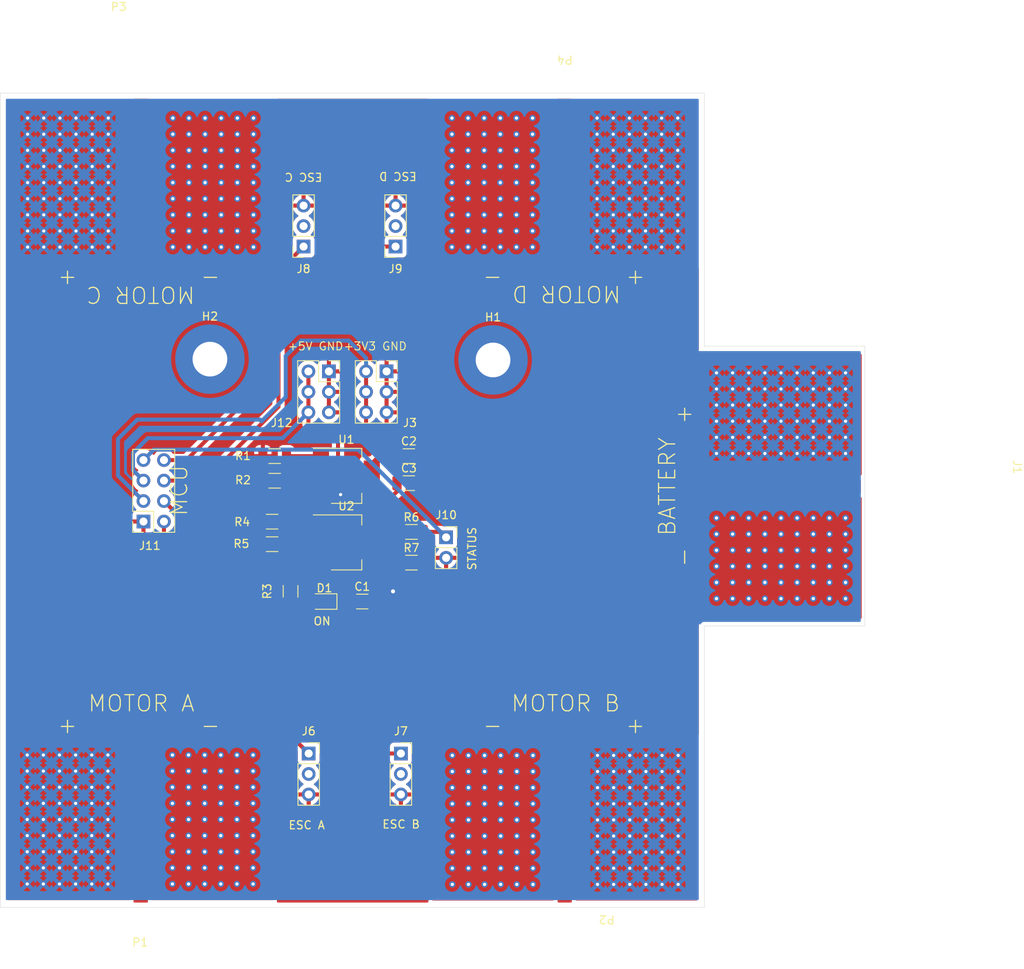
<source format=kicad_pcb>
(kicad_pcb (version 20211014) (generator pcbnew)
  (layers (0 "F.Cu" signal) (31 "B.Cu" signal) (34 "B.Paste" user) (35 "F.Paste" user) (36 "B.SilkS" user "B.Silkscreen") (37 "F.SilkS" user "F.Silkscreen") (38 "B.Mask" user) (39 "F.Mask" user) (44 "Edge.Cuts" user))
  (net 0 "")
  (net 1 "+15V")
  (net 2 "GND")
  (net 3 "+5V")
  (net 4 "Net-(D1-Pad2)")
  (net 5 "Signal A")
  (net 7 "Signal B")
  (net 9 "Signal C")
  (net 11 "Signal D")
  (net 13 "STAT")
  (net 14 "+3V3")
  (net 15 "Net-(R1-Pad1)")
  (net 16 "Net-(R4-Pad1)")
  (footprint "Resistor_SMD:R_1206_3216Metric" (layer "F.Cu") (at 101.8255 86.18)
    (fp_text reference "R2")
    (fp_text value "240")
  )
  (footprint "Connector_PinSocket_2.54mm:PinSocket_2x03_P2.54mm_Vertical" (layer "F.Cu") (at 108.55 72.62)
    (fp_text reference "J12")
    (fp_text value "5v")
  )
  (footprint "Connector_PinSocket_2.54mm:PinSocket_1x03_P2.54mm_Vertical" (layer "F.Cu") (at 106.045 120.015)
    (fp_text reference "J6")
    (fp_text value "ESC A")
  )
  (footprint "Capacitor_SMD:C_1206_3216Metric" (layer "F.Cu") (at 118.466 86.482)
    (fp_text reference "C3")
    (fp_text value "1uf")
  )
  (footprint "Resistor_SMD:R_1206_3216Metric" (layer "F.Cu") (at 101.51 91.26 180)
    (fp_text reference "R4")
    (fp_text value "350")
  )
  (footprint "ESC_Custom:ESC_Power_01x02" (layer "F.Cu") (at 85.15 128.2)
    (fp_text reference "P1")
    (fp_text value "ESC Power A")
  )
  (footprint "Resistor_SMD:R_1206_3216Metric" (layer "F.Cu") (at 101.8255 83.132 180)
    (fp_text reference "R1")
    (fp_text value "650")
  )
  (footprint "LED_SMD:LED_0805_2012Metric" (layer "F.Cu") (at 107.86 101.166 180)
    (fp_text reference "D1")
    (fp_text value "LED")
  )
  (footprint "MountingHole:MountingHole_4.3mm_M4_Pad" (layer "F.Cu") (at 93.8 71.1)
    (fp_text reference "H2")
    (fp_text value "MountingHole")
  )
  (footprint "Capacitor_SMD:C_1206_3216Metric" (layer "F.Cu") (at 112.686 101.166)
    (fp_text reference "C1")
    (fp_text value "0.1uf")
  )
  (footprint "Resistor_SMD:R_1206_3216Metric" (layer "F.Cu") (at 118.782 96.34)
    (fp_text reference "R7")
    (fp_text value "110")
  )
  (footprint "Connector_PinSocket_2.54mm:PinSocket_1x03_P2.54mm_Vertical" (layer "F.Cu") (at 116.815 57.135 180)
    (fp_text reference "J9")
    (fp_text value "ESC D")
  )
  (footprint "Connector_PinSocket_2.54mm:PinSocket_2x03_P2.54mm_Vertical" (layer "F.Cu") (at 115.7 72.62)
    (fp_text reference "J3")
    (fp_text value "3v")
  )
  (footprint "Capacitor_SMD:C_1206_3216Metric" (layer "F.Cu") (at 118.466 83.132)
    (fp_text reference "C2")
    (fp_text value "1uf")
  )
  (footprint "Resistor_SMD:R_1206_3216Metric" (layer "F.Cu") (at 118.782 92.53)
    (fp_text reference "R6")
    (fp_text value "1000")
  )
  (footprint "Connector_PinSocket_2.54mm:PinSocket_1x03_P2.54mm_Vertical" (layer "F.Cu") (at 117.475 120.015)
    (fp_text reference "J7")
    (fp_text value "ESC B")
  )
  (footprint "MountingHole:MountingHole_4.3mm_M4_Pad" (layer "F.Cu") (at 128.9 71.2)
    (fp_text reference "H1")
    (fp_text value "MountingHole")
  )
  (footprint "Connector_PinSocket_2.54mm:PinSocket_1x03_P2.54mm_Vertical" (layer "F.Cu") (at 105.41 57.135 180)
    (fp_text reference "J8")
    (fp_text value "ESC C")
  )
  (footprint "ESC_Custom:ESC_Power_01x02" (layer "F.Cu") (at 137.8 49.2 180)
    (fp_text reference "P4")
    (fp_text value "ESC Power D")
  )
  (footprint "Package_TO_SOT_SMD:SOT-223-3_TabPin2" (layer "F.Cu") (at 110.716 85.582)
    (fp_text reference "U1")
    (fp_text value "LM317_SOT-223")
  )
  (footprint "Connector_PinSocket_2.54mm:PinSocket_2x04_P2.54mm_Vertical" (layer "F.Cu") (at 85.56 91.24 180)
    (fp_text reference "J11")
    (fp_text value "MCU")
  )
  (footprint "ESC_Custom:ESC_Power_01x02" (layer "F.Cu") (at 164.6 86.8 -90)
    (fp_text reference "J1")
    (fp_text value "BATT")
  )
  (footprint "Resistor_SMD:R_1206_3216Metric" (layer "F.Cu") (at 103.796 99.896 -90)
    (fp_text reference "R3")
    (fp_text value "220")
  )
  (footprint "Resistor_SMD:R_1206_3216Metric" (layer "F.Cu") (at 101.51 94.054 180)
    (fp_text reference "R5")
    (fp_text value "240")
  )
  (footprint "ESC_Custom:ESC_Power_01x02" (layer "F.Cu") (at 137.85 128.25 180)
    (fp_text reference "P2")
    (fp_text value "ESC Power B")
  )
  (footprint "Connector_PinSocket_2.54mm:PinSocket_1x02_P2.54mm_Vertical" (layer "F.Cu") (at 123.080328 93.204016)
    (fp_text reference "J10")
    (fp_text value "STAT")
  )
  (footprint "ESC_Custom:ESC_Power_01x02" (layer "F.Cu") (at 85.2 49.2)
    (fp_text reference "P3")
    (fp_text value "ESC Power C")
  )
  (footprint "Package_TO_SOT_SMD:SOT-223-3_TabPin2" (layer "F.Cu") (at 110.716 93.832)
    (fp_text reference "U2")
    (fp_text value "LM317_SOT-223")
  )
  (gr_line (start 155.1 69.5) (end 175 69.5) (layer "Edge.Cuts") (width 0.05))
  (gr_line (start 155.1 38.1) (end 155.1 69.5) (layer "Edge.Cuts") (width 0.05))
  (gr_line (start 175 69.5) (end 175 104.2) (layer "Edge.Cuts") (width 0.05))
  (gr_line (start 155.1 139.1) (end 67.8 139.1) (layer "Edge.Cuts") (width 0.05))
  (gr_line (start 175 104.2) (end 155.1 104.2) (layer "Edge.Cuts") (width 0.05))
  (gr_line (start 67.8 139.1) (end 67.8 38.1) (layer "Edge.Cuts") (width 0.05))
  (gr_line (start 155.1 104.2) (end 155.1 139.1) (layer "Edge.Cuts") (width 0.05))
  (gr_line (start 155.1 38.1) (end 67.8 38.1) (layer "Edge.Cuts") (width 0.05))
  (gr_text "MOTOR C" (at 85.2 63.1 -180) (layer "F.SilkS") (effects (font (size 2 2))))
  (gr_text "+          -" (at 85 60.8) (layer "F.SilkS") (effects (font (size 2 2))))
  (gr_text "MOTOR D" (at 138 63 -180) (layer "F.SilkS") (effects (font (size 2 2))))
  (gr_text "ESC B" (at 117.5 128.8) (layer "F.SilkS") (effects (font (size 1 1))))
  (gr_text "+3V3 GND" (at 114.3 69.5) (layer "F.SilkS") (effects (font (size 1 1) (thickness 0.125))))
  (gr_text "+          -" (at 85 116.5) (layer "F.SilkS") (effects (font (size 2 2))))
  (gr_text "MOTOR A" (at 85.3 113.8) (layer "F.SilkS") (effects (font (size 2 2))))
  (gr_text "MOTOR B" (at 137.9 113.8) (layer "F.SilkS") (effects (font (size 2 2))))
  (gr_text "STATUS" (at 126.3 94.6 90) (layer "F.SilkS") (effects (font (size 1 1))))
  (gr_text "-          +" (at 137.7 116.5) (layer "F.SilkS") (effects (font (size 2 2))))
  (gr_text "ON" (at 107.7 103.6) (layer "F.SilkS") (effects (font (size 1 1))))
  (gr_text "ESC A" (at 105.8 128.9) (layer "F.SilkS") (effects (font (size 1 1))))
  (gr_text "BATTERY" (at 150.5 86.9 -270) (layer "F.SilkS") (effects (font (size 2 2))))
  (gr_text "ESC C" (at 105.4 48.5 180) (layer "F.SilkS") (effects (font (size 1 1))))
  (gr_text "-          +" (at 137.7 60.8) (layer "F.SilkS") (effects (font (size 2 2))))
  (gr_text "+5V GND" (at 106.9 69.5) (layer "F.SilkS") (effects (font (size 1 1) (thickness 0.125))))
  (gr_text "ESC D" (at 117.1 48.4 180) (layer "F.SilkS") (effects (font (size 1 1))))
  (gr_text "MCU" (at 90 87.4 90) (layer "F.SilkS") (effects (font (size 2 2))))
  (gr_text "-          +" (at 152.5 86.8 90) (layer "F.SilkS") (effects (font (size 2 2))))
  (segment (start 111.211 99.989) (end 112 99.2) (width 0.5) (layer "F.Cu") (net 1))
  (segment (start 115.8 94.0495) (end 117.3195 92.53) (width 0.5) (layer "F.Cu") (net 1))
  (segment (start 115.4 98.8) (end 115.8 98.4) (width 0.5) (layer "F.Cu") (net 1))
  (segment (start 109.982 87.882) (end 110 87.9) (width 0.5) (layer "F.Cu") (net 1))
  (segment (start 115.8 98.4) (end 115.8 94.0495) (width 0.5) (layer "F.Cu") (net 1))
  (segment (start 112 99.2) (end 115 99.2) (width 0.5) (layer "F.Cu") (net 1))
  (segment (start 115 99.2) (end 115.4 98.8) (width 0.5) (layer "F.Cu") (net 1))
  (segment (start 116.5 99.9) (end 115.4 98.8) (width 0.5) (layer "F.Cu") (net 1))
  (segment (start 107.566 87.882) (end 109.982 87.882) (width 0.5) (layer "F.Cu") (net 1))
  (segment (start 111.211 101.166) (end 111.211 99.989) (width 0.5) (layer "F.Cu") (net 1))
  (via (at 116.5 99.9) (size 1) (drill 0.5) (layers "F.Cu" "B.Cu") (net 1))
  (via (at 110 87.9) (size 0.8) (drill 0.4) (layers "F.Cu" "B.Cu") (net 1))
  (segment (start 94.16 49.2) (end 94.16 54.24) (width 10) (layer "F.Cu") (net 2))
  (segment (start 94.16 54.24) (end 93.8 54.6) (width 10) (layer "F.Cu") (net 2))
  (segment (start 98.51 132.6) (end 124.54 132.6) (width 10) (layer "F.Cu") (net 2))
  (segment (start 128.84 71.14) (end 128.9 71.2) (width 10) (layer "F.Cu") (net 2))
  (segment (start 153.66 95.76) (end 153.6 95.7) (width 0.5) (layer "F.Cu") (net 2))
  (segment (start 94.11 128.2) (end 98.51 132.6) (width 10) (layer "F.Cu") (net 2))
  (segment (start 93.8 54.6) (end 93.8 71.1) (width 10) (layer "F.Cu") (net 2))
  (segment (start 164.6 95.76) (end 142.04 95.76) (width 10) (layer "F.Cu") (net 2))
  (segment (start 128.84 49.2) (end 128.84 71.14) (width 10) (layer "F.Cu") (net 2))
  (segment (start 128.89 108.91) (end 128.89 128.25) (width 10) (layer "F.Cu") (net 2))
  (segment (start 98.36 45) (end 124.64 45) (width 10) (layer "F.Cu") (net 2))
  (segment (start 142.04 95.76) (end 128.89 108.91) (width 10) (layer "F.Cu") (net 2))
  (segment (start 124.64 45) (end 128.84 49.2) (width 10) (layer "F.Cu") (net 2))
  (segment (start 94.16 49.2) (end 98.36 45) (width 10) (layer "F.Cu") (net 2))
  (segment (start 124.54 132.6) (end 128.89 128.25) (width 10) (layer "F.Cu") (net 2))
  (segment (start 103.796 98.4335) (end 103.796 96.196) (width 0.5) (layer "F.Cu") (net 3))
  (segment (start 109.682 80.682) (end 109.682 85.582) (width 0.5) (layer "F.Cu") (net 3))
  (segment (start 107.566 96.132) (end 103.868 96.132) (width 0.5) (layer "F.Cu") (net 3))
  (segment (start 101.6 88.9) (end 101.6 87.1) (width 0.5) (layer "F.Cu") (net 3))
  (segment (start 113.866 85.582) (end 109.682 85.582) (width 0.5) (layer "F.Cu") (net 3))
  (segment (start 106.01 77.7) (end 106.01 79.11) (width 0.5) (layer "F.Cu") (net 3))
  (segment (start 114.768 83.132) (end 116.991 83.132) (width 0.5) (layer "F.Cu") (net 3))
  (segment (start 109.016 95.032) (end 109.016 90.332) (width 0.5) (layer "F.Cu") (net 3))
  (segment (start 100.68 86.18) (end 100.363 86.18) (width 0.5) (layer "F.Cu") (net 3))
  (segment (start 104.9 88.2) (end 104.2 88.9) (width 0.5) (layer "F.Cu") (net 3))
  (segment (start 106.118 85.582) (end 104.9 86.8) (width 0.5) (layer "F.Cu") (net 3))
  (segment (start 104.2 88.9) (end 101.6 88.9) (width 0.5) (layer "F.Cu") (net 3))
  (segment (start 103.868 96.132) (end 103.8 96.2) (width 0.5) (layer "F.Cu") (net 3))
  (segment (start 108.9 79.9) (end 109.682 80.682) (width 0.5) (layer "F.Cu") (net 3))
  (segment (start 101.6 87.1) (end 100.68 86.18) (width 0.5) (layer "F.Cu") (net 3))
  (segment (start 109.682 85.582) (end 107.566 85.582) (width 0.5) (layer "F.Cu") (net 3))
  (segment (start 113.866 85.582) (end 113.866 84.034) (width 0.5) (layer "F.Cu") (net 3))
  (segment (start 106.732 90.332) (end 104.75 88.35) (width 0.5) (layer "F.Cu") (net 3))
  (segment (start 106.01 79.11) (end 106.8 79.9) (width 0.5) (layer "F.Cu") (net 3))
  (segment (start 104.9 86.8) (end 104.9 88.2) (width 0.5) (layer "F.Cu") (net 3))
  (segment (start 109.016 90.332) (end 106.732 90.332) (width 0.5) (layer "F.Cu") (net 3))
  (segment (start 107.566 85.582) (end 106.118 85.582) (width 0.5) (layer "F.Cu") (net 3))
  (segment (start 107.916 96.132) (end 109.016 95.032) (width 0.5) (layer "F.Cu") (net 3))
  (segment (start 106.8 79.9) (end 108.9 79.9) (width 0.5) (layer "F.Cu") (net 3))
  (segment (start 107.566 96.132) (end 107.916 96.132) (width 0.5) (layer "F.Cu") (net 3))
  (segment (start 106.01 72.62) (end 106.01 77.7) (width 0.5) (layer "F.Cu") (net 3))
  (segment (start 113.866 84.034) (end 114.768 83.132) (width 0.5) (layer "F.Cu") (net 3))
  (segment (start 84.26 82.74) (end 86.1 80.9) (width 0.5) (layer "B.Cu") (net 3))
  (segment (start 102.81 80.9) (end 106.01 77.7) (width 0.5) (layer "B.Cu") (net 3))
  (segment (start 84.26 84.86) (end 84.26 82.74) (width 0.5) (layer "B.Cu") (net 3))
  (segment (start 85.56 86.16) (end 84.26 84.86) (width 0.5) (layer "B.Cu") (net 3))
  (segment (start 86.1 80.9) (end 102.81 80.9) (width 0.5) (layer "B.Cu") (net 3))
  (segment (start 106.73 101.3585) (end 106.9225 101.166) (width 0.5) (layer "F.Cu") (net 4))
  (segment (start 103.796 101.3585) (end 106.73 101.3585) (width 0.5) (layer "F.Cu") (net 4))
  (segment (start 88.1 91.24) (end 88.1 102.07) (width 0.5) (layer "F.Cu") (net 5))
  (segment (start 88.1 102.07) (end 106.045 120.015) (width 0.5) (layer "F.Cu") (net 5))
  (segment (start 90.8 100.8) (end 110.015 120.015) (width 0.5) (layer "F.Cu") (net 7))
  (segment (start 110.015 120.015) (end 117.475 120.015) (width 0.5) (layer "F.Cu") (net 7))
  (segment (start 90.8 91.4) (end 90.8 100.8) (width 0.5) (layer "F.Cu") (net 7))
  (segment (start 88.1 88.7) (end 90.8 91.4) (width 0.5) (layer "F.Cu") (net 7))
  (segment (start 90.88 83.62) (end 88.1 83.62) (width 0.5) (layer "F.Cu") (net 9))
  (segment (start 99.7 62.845) (end 99.7 74.8) (width 0.5) (layer "F.Cu") (net 9))
  (segment (start 99.7 74.8) (end 90.88 83.62) (width 0.5) (layer "F.Cu") (net 9))
  (segment (start 105.41 57.135) (end 99.7 62.845) (width 0.5) (layer "F.Cu") (net 9))
  (segment (start 102.3 77) (end 102.3 69.4) (width 0.5) (layer "F.Cu") (net 11))
  (segment (start 114.565 57.135) (end 116.815 57.135) (width 0.5) (layer "F.Cu") (net 11))
  (segment (start 88.1 86.16) (end 93.14 86.16) (width 0.5) (layer "F.Cu") (net 11))
  (segment (start 93.14 86.16) (end 102.3 77) (width 0.5) (layer "F.Cu") (net 11))
  (segment (start 102.3 69.4) (end 114.565 57.135) (width 0.5) (layer "F.Cu") (net 11))
  (segment (start 120.2445 93.6555) (end 120.2445 92.53) (width 0.5) (layer "F.Cu") (net 13))
  (segment (start 118 94.4) (end 119.5 94.4) (width 0.5) (layer "F.Cu") (net 13))
  (segment (start 122.406312 92.53) (end 123.080328 93.204016) (width 0.5) (layer "F.Cu") (net 13))
  (segment (start 117.3195 96.34) (end 117.3195 95.0805) (width 0.5) (layer "F.Cu") (net 13))
  (segment (start 120.2445 92.53) (end 122.406312 92.53) (width 0.5) (layer "F.Cu") (net 13))
  (segment (start 119.5 94.4) (end 120.2445 93.6555) (width 0.5) (layer "F.Cu") (net 13))
  (segment (start 117.3195 95.0805) (end 118 94.4) (width 0.5) (layer "F.Cu") (net 13))
  (segment (start 85.56 83.62) (end 86.86 82.32) (width 0.5) (layer "B.Cu") (net 13))
  (segment (start 86.86 82.32) (end 112.196312 82.32) (width 0.5) (layer "B.Cu") (net 13))
  (segment (start 112.196312 82.32) (end 123.080328 93.204016) (width 0.5) (layer "B.Cu") (net 13))
  (segment (start 113.9 81.4) (end 117.7 81.4) (width 0.5) (layer "F.Cu") (net 14))
  (segment (start 117.7 81.4) (end 118.3 82) (width 0.5) (layer "F.Cu") (net 14))
  (segment (start 116.991 86.482) (end 116.991 87.509) (width 0.5) (layer "F.Cu") (net 14))
  (segment (start 101.1 99.8) (end 101.1 95.9265) (width 0.5) (layer "F.Cu") (net 14))
  (segment (start 113.16 80.66) (end 113.9 81.4) (width 0.5) (layer "F.Cu") (net 14))
  (segment (start 113.9 88.6) (end 113.866 88.634) (width 0.5) (layer "F.Cu") (net 14))
  (segment (start 116.991 87.509) (end 115.9 88.6) (width 0.5) (layer "F.Cu") (net 14))
  (segment (start 107.344 94.054) (end 107.566 93.832) (width 0.5) (layer "F.Cu") (net 14))
  (segment (start 118.3 85.173) (end 116.991 86.482) (width 0.5) (layer "F.Cu") (net 14))
  (segment (start 113.866 88.634) (end 113.866 93.832) (width 0.5) (layer "F.Cu") (net 14))
  (segment (start 102.9725 94.054) (end 107.344 94.054) (width 0.5) (layer "F.Cu") (net 14))
  (segment (start 118.3 82) (end 118.3 85.173) (width 0.5) (layer "F.Cu") (net 14))
  (segment (start 115.9 88.6) (end 113.9 88.6) (width 0.5) (layer "F.Cu") (net 14))
  (segment (start 112.366 93.832) (end 106.398 99.8) (width 0.5) (layer "F.Cu") (net 14))
  (segment (start 113.16 77.7) (end 113.16 72.62) (width 0.5) (layer "F.Cu") (net 14))
  (segment (start 106.398 99.8) (end 101.1 99.8) (width 0.5) (layer "F.Cu") (net 14))
  (segment (start 113.16 77.7) (end 113.16 80.66) (width 0.5) (layer "F.Cu") (net 14))
  (segment (start 113.866 93.832) (end 113.866 93.234) (width 0.5) (layer "F.Cu") (net 14))
  (segment (start 113.866 93.832) (end 112.366 93.832) (width 0.5) (layer "F.Cu") (net 14))
  (segment (start 101.1 95.9265) (end 102.9725 94.054) (width 0.5) (layer "F.Cu") (net 14))
  (segment (start 100.2 78.8) (end 103.2 75.8) (width 0.5) (layer "B.Cu") (net 14))
  (segment (start 105.1 68.8) (end 111 68.8) (width 0.5) (layer "B.Cu") (net 14))
  (segment (start 103.2 75.8) (end 103.2 70.7) (width 0.5) (layer "B.Cu") (net 14))
  (segment (start 103.2 70.7) (end 105.1 68.8) (width 0.5) (layer "B.Cu") (net 14))
  (segment (start 113.16 70.96) (end 113.16 72.62) (width 0.5) (layer "B.Cu") (net 14))
  (segment (start 84.8 78.6) (end 100 78.6) (width 0.5) (layer "B.Cu") (net 14))
  (segment (start 100 78.6) (end 100.2 78.8) (width 0.5) (layer "B.Cu") (net 14))
  (segment (start 82.4 81) (end 84.8 78.6) (width 0.5) (layer "B.Cu") (net 14))
  (segment (start 111 68.8) (end 113.16 70.96) (width 0.5) (layer "B.Cu") (net 14))
  (segment (start 82.4 85.54) (end 82.4 81) (width 0.5) (layer "B.Cu") (net 14))
  (segment (start 85.56 88.7) (end 82.4 85.54) (width 0.5) (layer "B.Cu") (net 14))
  (segment (start 103.288 83.132) (end 107.416 83.132) (width 0.5) (layer "F.Cu") (net 15))
  (segment (start 107.416 83.132) (end 107.566 83.282) (width 0.5) (layer "F.Cu") (net 15))
  (segment (start 103.288 83.132) (end 103.288 86.18) (width 0.5) (layer "F.Cu") (net 15))
  (segment (start 107.294 91.26) (end 107.566 91.532) (width 0.5) (layer "F.Cu") (net 16))
  (segment (start 100.0475 94.054) (end 100.1785 94.054) (width 0.5) (layer "F.Cu") (net 16))
  (segment (start 100.1785 94.054) (end 102.9725 91.26) (width 0.5) (layer "F.Cu") (net 16))
  (segment (start 102.9725 91.26) (end 107.294 91.26) (width 0.5) (layer "F.Cu") (net 16))
  (zone (net 2) (net_name "GND") (layer "F.Cu") (connect_pads (clearance 0.508)) (min_thickness 0.254) (fill yes (thermal_gap 0.508) (thermal_bridge_width 0.508))
    (polygon (pts (xy 154.4 138.5) (xy 68.6 138.5) (xy 68.6 38.8) (xy 154.4 38.8)))
  )
  (zone (net 2) (net_name "GND") (layer "F.Cu") (connect_pads (clearance 0.508)) (min_thickness 0.254) (fill yes (thermal_gap 0.508) (thermal_bridge_width 0.508))
    (polygon (pts (xy 175 103.8) (xy 154.4 103.8) (xy 154.4 70) (xy 175 70)))
  )
  (zone (net 1) (net_name "+15V") (layer "B.Cu") (connect_pads (clearance 0.508)) (min_thickness 0.254) (fill yes (thermal_gap 0.508) (thermal_bridge_width 0.508))
    (polygon (pts (xy 154.4 138.2) (xy 68.5 138.2) (xy 68.5 38.8) (xy 154.4 38.8)))
  )
  (zone (net 1) (net_name "+15V") (layer "B.Cu") (connect_pads (clearance 0.508)) (min_thickness 0.254) (fill yes (thermal_gap 0.508) (thermal_bridge_width 0.508))
    (polygon (pts (xy 174.9 104) (xy 154.3 104) (xy 154.3 70.1) (xy 174.9 70.1)))
  )
)
</source>
